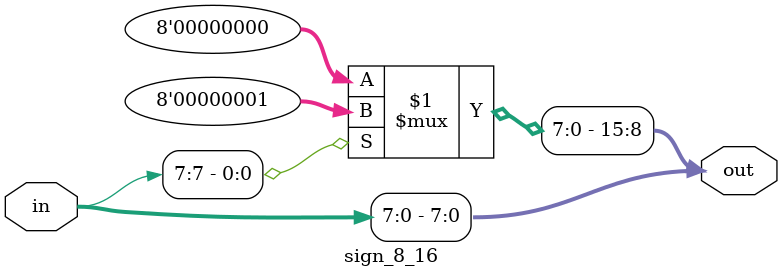
<source format=v>

module ALUinSVZC (in,S,V,Z,C,out);
  input [15:0] in;
  input S,Z,C,V;
  output [19:0] out;
  assign out[15:0] = in[15:0];
  assign out[16] = S;
  assign out[17] = V;
  assign out[18] = Z;
  assign out[19] = C;
endmodule

module ALUoutSVZC (in,S,V,Z,C,out);
  input [19:0] in;
  output S,Z,C,V;
  output [15:0] out;
  assign out[15:0] = in[15:0];
  assign S = in[16];
  assign V = in[17];
  assign Z = in[18];
  assign C = in[19];
endmodule

module ALULi (d,out,S,V,Z,C);
	input signed  [7:0]   d;
	output signed [15:0] out;
	output S,Z,C,V;
	
	assign out[15:0] = d[7] ? {8'b1111_1111 ,d[7:0]} :{8'b0000_0000,d[7:0]} ;
	assign S = out[15];
	assign Z = !(|out);
	assign C = 0;
	assign V = 0;
endmodule

module ALUAddi (in,d,out,S,V,Z,C);
	input signed  [15:0] in;
	input signed  [7:0]   d;
	output signed [15:0] out;
	output S,Z,C,V;
	wire signed [16:0] ans;	
	wire signed [15:0] wired;
	assign wired = d[7] ? {8'hFF,d[7:0]} : {8'h00,d[7:0]} ;
	assign ans = in + wired;
	assign out = ans [15:0];
	assign S = ans[15];
	assign Z = !(|ans);
	assign C = ans[16];
	assign V = C;
endmodule

module ALUPCAddi (in,d,out,S,V,Z,C);
	input [15:0] in;
	input signed  [7:0]   d;
	output [15:0] out;
	output S,Z,C,V;
	wire [16:0] ans;	
	wire signed [15:0] wired;
	assign wired = d[7] ? {8'hFF,d[7:0]} : {8'h00,d[7:0]} ;
	assign ans = in + wired + 16'h0001;
	assign out = ans [15:0];
	assign S = ans[15];
	assign Z = !(|ans);
	assign C = ans[16];
	assign V = C;
endmodule


module addrAdd (in,d,out);
	input [15:0] in;
	input signed  [7:0]   d;
	output  [15:0] out;
	wire [16:0] ans;	
	assign ans = in + d ;
	assign out = ans [15:0];
endmodule

module ALUSubi (in,d,out,S,V,Z,C);
	input signed  [15:0] in;
	input signed  [7:0]   d;
	output signed [15:0] out;
	output S,Z,C,V;
	
	wire signed [16:0] ans;	
	assign ans = in - d;
	assign out = ans [15:0];
	assign S = ans[15];
	assign Z = !(|ans);
	assign C = ans[16];
	assign V = C;
endmodule

module ALUAdd (in1,in2,out,S,V,Z,C);
	input signed  [15:0] in1,in2;
	output signed [15:0] out;
	output S,Z,C,V;
	
	wire signed [16:0] ans;	
	assign ans = in1 + in2;
	assign out = ans [15:0];
	assign S = ans[15];
	assign Z = !(|ans);
	assign C = ans[16];
	assign V = C;
endmodule

module Add (in1,in2,out);
	input signed  [15:0] in1,in2;
	output signed [15:0] out;
	
	wire signed [16:0] ans;	
	assign ans = in1 + in2;
	assign out = ans [15:0];
endmodule
	
	
//#
module ALUSub (in1,in2,out,S,V,Z,C);
	input signed  [15:0] in1,in2;
	output signed [15:0] out;
	output S,Z,C,V;
	
	wire signed [16:0] ans;	
	assign ans = in1 - in2;
	
	assign out = ans [15:0];
	assign S = ans[15];
	assign Z = !(|ans);
	assign C = ans[16];
	assign V = C;
	
endmodule

//#
module ALUMov (in,out,S,V,Z,C);
	input   [15:0] in;
	output  [15:0] out;
	output S,Z,C,V;
	
	wire  [15:0] ans;	
	assign ans = in;
	
	assign out = ans [15:0];
	assign S = ans[15];
	assign Z = !(|ans);
	assign C = 0;
	assign V = C;
	
endmodule
	
//#	
module ALUAnd (in1,in2,out,S,V,Z,C);
	input  [15:0] in1,in2;
	output  [15:0] out;
	output S,Z,C,V;
	
	wire [16:0] ans;	
	assign ans = in1 & in2;
	
	assign out = ans [15:0];
	assign S = ans[15];
	assign Z = !(|ans);
	assign C = 0;
	assign V = 0;
	
endmodule

//#	
module ALUOr (in1,in2,out,S,V,Z,C);
	input  [15:0] in1,in2;
	output  [15:0] out;
	output S,Z,C,V;
	
	wire [16:0] ans;	
	assign ans = in1 | in2;
	
	assign out = ans [15:0];
	assign S = ans[15];
	assign Z = !(|ans);
	assign C = 0;
	assign V = 0;
	
endmodule
	
//#
module ALUXOr (in1,in2,out,S,V,Z,C);
	input  [15:0] in1,in2;
	output  [15:0] out;
	output S,Z,C,V;
	
	wire [16:0] ans;	
	assign ans = in1 ^ in2;
	
	assign out = ans [15:0];
	assign S = ans[15];
	assign Z = !(|ans);
	assign C = 0;
	assign V = 0;
	
endmodule

module ALUSLL (in,d,out,S,V,Z,C);
//fill 0 ::
	input [15:0] in;
	input [3:0] d;
	output  [15:0] out;
	output S,Z,C,V;
	wire [16:0] ans;	
	
	wire [16:0] tmp [3:1];	
	assign tmp[3] = d[3] ?{in[8:0],8'b0} :{1'b0,in[15:0]};
	assign tmp[2] = d[2] ?{tmp[3][12:0],4'b0} : tmp[3];
	assign tmp[1] = d[1] ?{tmp[2][14:0],2'b0} : tmp[2];
	assign ans    = d[0] ?{tmp[1][15:0],1'b0} : tmp[1];
	
	
	assign out = ans [15:0];
	assign S = ans[15];
	assign Z = !( |ans);
	assign C = ans[16];
	assign V = 0; //always 0
	
	
endmodule

module ALUSLR (in,d,out,S,V,Z,C);
//rotate
	input [15:0] in;
	input [3:0] d;
	output  [15:0] out;
	output S,Z,C,V;
	wire [15:0] ans;	
	
	wire [15:0] tmp [3:1];	
	assign tmp[3] = d[3] ?{in[ 7:0],in[15:8]} : in;
	assign tmp[2] = d[2] ?{tmp[3][ 11:0],tmp[3][15:12]} : tmp[3];
	assign tmp[1] = d[1] ?{tmp[2][ 13:0],tmp[2][15:14]} : tmp[2];
	assign ans    = d[0] ?{tmp[1][ 14:0],tmp[1][15]} : tmp[1];
	
	assign out = ans [15:0];
	assign S = ans[15];
	assign Z = !(|ans);
	assign C = 0; //always 0
	assign V = 0; //always 0
endmodule

//#
module ALUSRL (in,d,out,S,V,Z,C);

	input [15:0] in;
	input [3:0] d;
	output  [15:0] out;
	output S,Z,C,V;
	wire [16:0] ans;
	
	wire [16:0] tmp [3:1];	
	assign tmp[3] = d[3] ?{8'b0,in[15:7]} :{in[15:0],1'b0};
	assign tmp[2] = d[2] ?{4'b0,tmp[3][15:3]} : tmp[3];
	assign tmp[1] = d[1] ?{2'b0,tmp[2][15:1]} : tmp[2];
	assign ans    = d[0] ?{1'b0,tmp[1][15:0]} : tmp[1];
	
	
	assign out[15:0] = ans [16:1];
	assign S = ans[15];
	assign Z = !(|ans);
	assign C = ans[0];
	assign V = 0; //always 0
endmodule

module ALUSRA (in,d,out,S,V,Z,C);
//arithmetic not yet C
	input [15:0] in;
	input [3:0] d;
	output [15:0] out;
	output S,Z,C,V;
	wire [16:0] ans;
	wire sign ;	
	wire [16:0] tmp [3:1];
	
	assign sign = in[15];
	assign tmp[3] = d[3] ?{(sign ? 8'b1:8'b0),in[15:7]} :{in[15:0],1'b0};
	assign tmp[2] = d[2] ?{(sign ? 4'b1:4'b0),tmp[3][15:3]} : tmp[3];
	assign tmp[1] = d[1] ?{(sign ? 2'b1:2'b0),tmp[2][15:1]} : tmp[2];
	assign ans    = d[0] ?{(sign ? 1'b1:1'b0),tmp[1][15:0]} : tmp[1];
	
	
	assign out[15:0] = ans [16:1];
	assign S = ans[15];
	assign Z = !(|ans);
	assign C = ans[0];
	assign V = 0; //always 0
endmodule

module sign_8_16(in,out);
   input  [ 7:0] in;
	output [15:0] out;
   assign out[15:0] = {(in[7] ? 8'b1:8'b0),in[7:0]};
endmodule


</source>
